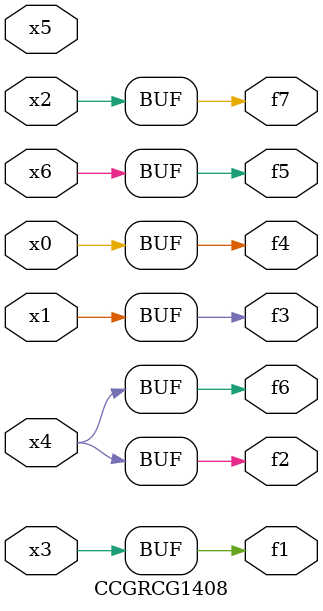
<source format=v>
module CCGRCG1408(
	input x0, x1, x2, x3, x4, x5, x6,
	output f1, f2, f3, f4, f5, f6, f7
);
	assign f1 = x3;
	assign f2 = x4;
	assign f3 = x1;
	assign f4 = x0;
	assign f5 = x6;
	assign f6 = x4;
	assign f7 = x2;
endmodule

</source>
